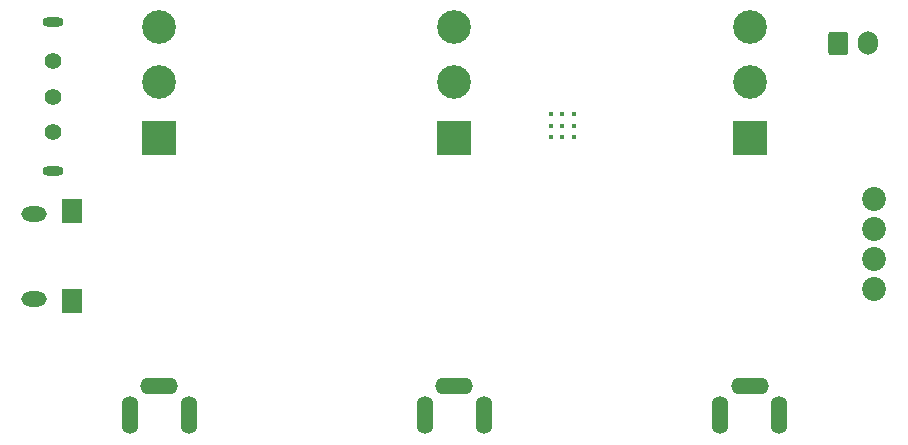
<source format=gbr>
%TF.GenerationSoftware,KiCad,Pcbnew,(5.1.9-0-10_14)*%
%TF.CreationDate,2021-02-15T23:58:24+01:00*%
%TF.ProjectId,ledTruck,6c656454-7275-4636-9b2e-6b696361645f,rev?*%
%TF.SameCoordinates,Original*%
%TF.FileFunction,Soldermask,Bot*%
%TF.FilePolarity,Negative*%
%FSLAX46Y46*%
G04 Gerber Fmt 4.6, Leading zero omitted, Abs format (unit mm)*
G04 Created by KiCad (PCBNEW (5.1.9-0-10_14)) date 2021-02-15 23:58:24*
%MOMM*%
%LPD*%
G01*
G04 APERTURE LIST*
%ADD10O,2.150000X1.300000*%
%ADD11R,1.800000X2.000000*%
%ADD12C,2.850000*%
%ADD13R,2.850000X2.850000*%
%ADD14C,2.020000*%
%ADD15O,1.700000X2.000000*%
%ADD16O,3.200000X1.400000*%
%ADD17O,1.400000X3.200000*%
%ADD18C,0.400000*%
%ADD19C,1.400000*%
%ADD20O,1.800000X0.800000*%
G04 APERTURE END LIST*
D10*
%TO.C,J2*%
X109474000Y-99612000D03*
D11*
X112634000Y-99812000D03*
D10*
X109474000Y-92412000D03*
D11*
X112634000Y-92212000D03*
%TD*%
D12*
%TO.C,SW3*%
X170034000Y-76612000D03*
X170034000Y-81312000D03*
D13*
X170034000Y-86012000D03*
%TD*%
D12*
%TO.C,SW2*%
X145034000Y-76612000D03*
X145034000Y-81312000D03*
D13*
X145034000Y-86012000D03*
%TD*%
D12*
%TO.C,SW1*%
X120034000Y-76612000D03*
X120034000Y-81312000D03*
D13*
X120034000Y-86012000D03*
%TD*%
D14*
%TO.C,J3*%
X180594000Y-91186000D03*
X180594000Y-93726000D03*
X180594000Y-96266000D03*
X180594000Y-98806000D03*
%TD*%
D15*
%TO.C,J1*%
X180034000Y-78012000D03*
G36*
G01*
X176684000Y-78762000D02*
X176684000Y-77262000D01*
G75*
G02*
X176934000Y-77012000I250000J0D01*
G01*
X178134000Y-77012000D01*
G75*
G02*
X178384000Y-77262000I0J-250000D01*
G01*
X178384000Y-78762000D01*
G75*
G02*
X178134000Y-79012000I-250000J0D01*
G01*
X176934000Y-79012000D01*
G75*
G02*
X176684000Y-78762000I0J250000D01*
G01*
G37*
%TD*%
D16*
%TO.C,CON1*%
X120034000Y-107012000D03*
D17*
X117534000Y-109512000D03*
X122534000Y-109512000D03*
%TD*%
D16*
%TO.C,CON2*%
X145034000Y-107012000D03*
D17*
X142534000Y-109512000D03*
X147534000Y-109512000D03*
%TD*%
%TO.C,CON3*%
X172534000Y-109512000D03*
X167534000Y-109512000D03*
D16*
X170034000Y-107012000D03*
%TD*%
D18*
%TO.C,U1*%
X153190000Y-85962000D03*
X153190000Y-84962000D03*
X153190000Y-83962000D03*
X154190000Y-85962000D03*
X154190000Y-84962000D03*
X154190000Y-83962000D03*
X155190000Y-85962000D03*
X155190000Y-84962000D03*
X155190000Y-83962000D03*
%TD*%
D19*
%TO.C,S1*%
X111034000Y-79512000D03*
X111034000Y-82512000D03*
X111034000Y-85512000D03*
D20*
X111034000Y-76212000D03*
X111034000Y-88812000D03*
%TD*%
M02*

</source>
